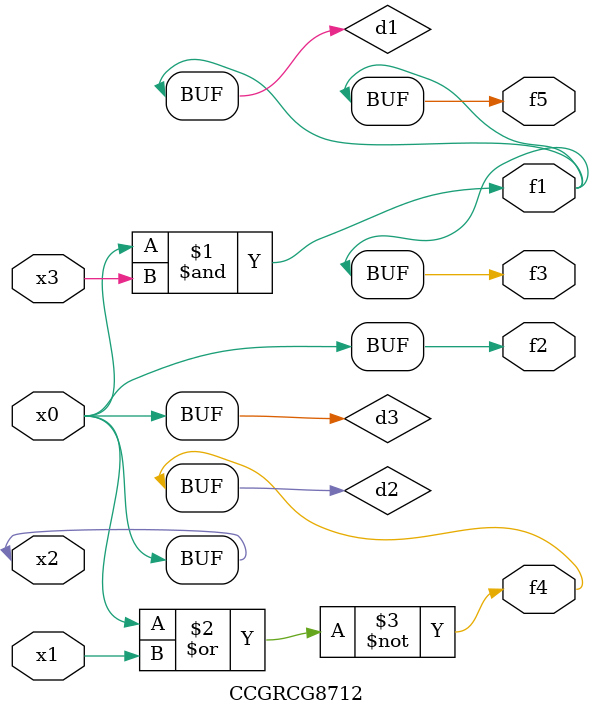
<source format=v>
module CCGRCG8712(
	input x0, x1, x2, x3,
	output f1, f2, f3, f4, f5
);

	wire d1, d2, d3;

	and (d1, x2, x3);
	nor (d2, x0, x1);
	buf (d3, x0, x2);
	assign f1 = d1;
	assign f2 = d3;
	assign f3 = d1;
	assign f4 = d2;
	assign f5 = d1;
endmodule

</source>
